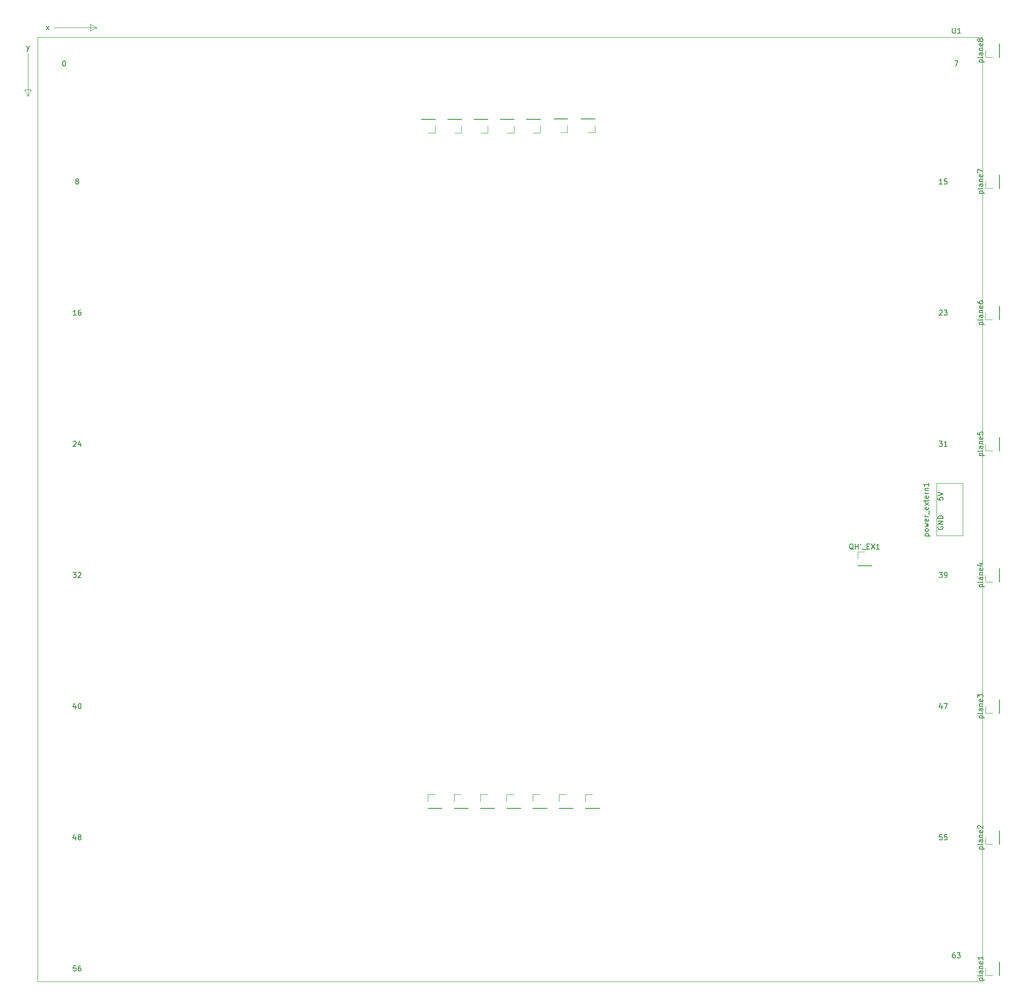
<source format=gbr>
%TF.GenerationSoftware,KiCad,Pcbnew,(5.1.6)-1*%
%TF.CreationDate,2020-12-07T00:16:01-06:00*%
%TF.ProjectId,led_cube,6c65645f-6375-4626-952e-6b696361645f,rev?*%
%TF.SameCoordinates,Original*%
%TF.FileFunction,Legend,Top*%
%TF.FilePolarity,Positive*%
%FSLAX46Y46*%
G04 Gerber Fmt 4.6, Leading zero omitted, Abs format (unit mm)*
G04 Created by KiCad (PCBNEW (5.1.6)-1) date 2020-12-07 00:16:01*
%MOMM*%
%LPD*%
G01*
G04 APERTURE LIST*
%ADD10C,0.150000*%
%ADD11C,0.120000*%
G04 APERTURE END LIST*
D10*
X56276904Y-16930714D02*
X56515000Y-17597380D01*
X56753095Y-16930714D02*
X56515000Y-17597380D01*
X56419761Y-17835476D01*
X56372142Y-17883095D01*
X56276904Y-17930714D01*
X60063095Y-13787380D02*
X60586904Y-13120714D01*
X60063095Y-13120714D02*
X60586904Y-13787380D01*
D11*
X56515000Y-26670000D02*
X57150000Y-25400000D01*
X55880000Y-25400000D02*
X56515000Y-26670000D01*
X57150000Y-25400000D02*
X55880000Y-25400000D01*
X56515000Y-18415000D02*
X56515000Y-26670000D01*
X68580000Y-13970000D02*
X69850000Y-13335000D01*
X68580000Y-12700000D02*
X68580000Y-13970000D01*
X69850000Y-13335000D02*
X68580000Y-12700000D01*
X61595000Y-13335000D02*
X69850000Y-13335000D01*
%TO.C,U1*%
X58420000Y-198120000D02*
X58420000Y-15240000D01*
X241300000Y-198120000D02*
X58420000Y-198120000D01*
X241300000Y-15240000D02*
X241300000Y-198120000D01*
X58420000Y-15240000D02*
X241300000Y-15240000D01*
%TO.C,QH'_EX1*%
X217110000Y-117535000D02*
X219770000Y-117535000D01*
X217110000Y-117475000D02*
X217110000Y-117535000D01*
X219770000Y-117475000D02*
X219770000Y-117535000D01*
X217110000Y-117475000D02*
X219770000Y-117475000D01*
X217110000Y-116205000D02*
X217110000Y-114875000D01*
X217110000Y-114875000D02*
X218440000Y-114875000D01*
%TO.C,power_extern1*%
X232410000Y-106680000D02*
X232410000Y-111760000D01*
X232410000Y-111760000D02*
X237490000Y-111760000D01*
X237490000Y-111760000D02*
X237490000Y-101600000D01*
X237490000Y-101600000D02*
X232410000Y-101600000D01*
X232410000Y-101600000D02*
X232410000Y-106680000D01*
%TO.C,plane8*%
X244535000Y-19110000D02*
X244535000Y-16450000D01*
X244475000Y-19110000D02*
X244535000Y-19110000D01*
X244475000Y-16450000D02*
X244535000Y-16450000D01*
X244475000Y-19110000D02*
X244475000Y-16450000D01*
X243205000Y-19110000D02*
X241875000Y-19110000D01*
X241875000Y-19110000D02*
X241875000Y-17780000D01*
%TO.C,plane7*%
X244535000Y-44510000D02*
X244535000Y-41850000D01*
X244475000Y-44510000D02*
X244535000Y-44510000D01*
X244475000Y-41850000D02*
X244535000Y-41850000D01*
X244475000Y-44510000D02*
X244475000Y-41850000D01*
X243205000Y-44510000D02*
X241875000Y-44510000D01*
X241875000Y-44510000D02*
X241875000Y-43180000D01*
%TO.C,plane6*%
X244535000Y-69910000D02*
X244535000Y-67250000D01*
X244475000Y-69910000D02*
X244535000Y-69910000D01*
X244475000Y-67250000D02*
X244535000Y-67250000D01*
X244475000Y-69910000D02*
X244475000Y-67250000D01*
X243205000Y-69910000D02*
X241875000Y-69910000D01*
X241875000Y-69910000D02*
X241875000Y-68580000D01*
%TO.C,plane5*%
X244535000Y-95310000D02*
X244535000Y-92650000D01*
X244475000Y-95310000D02*
X244535000Y-95310000D01*
X244475000Y-92650000D02*
X244535000Y-92650000D01*
X244475000Y-95310000D02*
X244475000Y-92650000D01*
X243205000Y-95310000D02*
X241875000Y-95310000D01*
X241875000Y-95310000D02*
X241875000Y-93980000D01*
%TO.C,plane4*%
X244535000Y-120710000D02*
X244535000Y-118050000D01*
X244475000Y-120710000D02*
X244535000Y-120710000D01*
X244475000Y-118050000D02*
X244535000Y-118050000D01*
X244475000Y-120710000D02*
X244475000Y-118050000D01*
X243205000Y-120710000D02*
X241875000Y-120710000D01*
X241875000Y-120710000D02*
X241875000Y-119380000D01*
%TO.C,plane3*%
X244535000Y-146110000D02*
X244535000Y-143450000D01*
X244475000Y-146110000D02*
X244535000Y-146110000D01*
X244475000Y-143450000D02*
X244535000Y-143450000D01*
X244475000Y-146110000D02*
X244475000Y-143450000D01*
X243205000Y-146110000D02*
X241875000Y-146110000D01*
X241875000Y-146110000D02*
X241875000Y-144780000D01*
%TO.C,plane2*%
X244535000Y-171510000D02*
X244535000Y-168850000D01*
X244475000Y-171510000D02*
X244535000Y-171510000D01*
X244475000Y-168850000D02*
X244535000Y-168850000D01*
X244475000Y-171510000D02*
X244475000Y-168850000D01*
X243205000Y-171510000D02*
X241875000Y-171510000D01*
X241875000Y-171510000D02*
X241875000Y-170180000D01*
%TO.C,plane1*%
X244535000Y-196910000D02*
X244535000Y-194250000D01*
X244475000Y-196910000D02*
X244535000Y-196910000D01*
X244475000Y-194250000D02*
X244535000Y-194250000D01*
X244475000Y-196910000D02*
X244475000Y-194250000D01*
X243205000Y-196910000D02*
X241875000Y-196910000D01*
X241875000Y-196910000D02*
X241875000Y-195580000D01*
%TO.C,C2EX7*%
X135315000Y-31055000D02*
X132655000Y-31055000D01*
X135315000Y-31115000D02*
X135315000Y-31055000D01*
X132655000Y-31115000D02*
X132655000Y-31055000D01*
X135315000Y-31115000D02*
X132655000Y-31115000D01*
X135315000Y-32385000D02*
X135315000Y-33715000D01*
X135315000Y-33715000D02*
X133985000Y-33715000D01*
%TO.C,C2EX6*%
X140395000Y-31055000D02*
X137735000Y-31055000D01*
X140395000Y-31115000D02*
X140395000Y-31055000D01*
X137735000Y-31115000D02*
X137735000Y-31055000D01*
X140395000Y-31115000D02*
X137735000Y-31115000D01*
X140395000Y-32385000D02*
X140395000Y-33715000D01*
X140395000Y-33715000D02*
X139065000Y-33715000D01*
%TO.C,C2EX5*%
X145475000Y-31055000D02*
X142815000Y-31055000D01*
X145475000Y-31115000D02*
X145475000Y-31055000D01*
X142815000Y-31115000D02*
X142815000Y-31055000D01*
X145475000Y-31115000D02*
X142815000Y-31115000D01*
X145475000Y-32385000D02*
X145475000Y-33715000D01*
X145475000Y-33715000D02*
X144145000Y-33715000D01*
%TO.C,C2EX4*%
X150555000Y-31055000D02*
X147895000Y-31055000D01*
X150555000Y-31115000D02*
X150555000Y-31055000D01*
X147895000Y-31115000D02*
X147895000Y-31055000D01*
X150555000Y-31115000D02*
X147895000Y-31115000D01*
X150555000Y-32385000D02*
X150555000Y-33715000D01*
X150555000Y-33715000D02*
X149225000Y-33715000D01*
%TO.C,C2EX3*%
X155635000Y-31055000D02*
X152975000Y-31055000D01*
X155635000Y-31115000D02*
X155635000Y-31055000D01*
X152975000Y-31115000D02*
X152975000Y-31055000D01*
X155635000Y-31115000D02*
X152975000Y-31115000D01*
X155635000Y-32385000D02*
X155635000Y-33715000D01*
X155635000Y-33715000D02*
X154305000Y-33715000D01*
%TO.C,C2EX2*%
X160950000Y-30955000D02*
X158290000Y-30955000D01*
X160950000Y-31015000D02*
X160950000Y-30955000D01*
X158290000Y-31015000D02*
X158290000Y-30955000D01*
X160950000Y-31015000D02*
X158290000Y-31015000D01*
X160950000Y-32285000D02*
X160950000Y-33615000D01*
X160950000Y-33615000D02*
X159620000Y-33615000D01*
%TO.C,C2EX1*%
X166235000Y-30955000D02*
X163575000Y-30955000D01*
X166235000Y-31015000D02*
X166235000Y-30955000D01*
X163575000Y-31015000D02*
X163575000Y-30955000D01*
X166235000Y-31015000D02*
X163575000Y-31015000D01*
X166235000Y-32285000D02*
X166235000Y-33615000D01*
X166235000Y-33615000D02*
X164905000Y-33615000D01*
%TO.C,C1EX7*%
X164405000Y-164525000D02*
X167065000Y-164525000D01*
X164405000Y-164465000D02*
X164405000Y-164525000D01*
X167065000Y-164465000D02*
X167065000Y-164525000D01*
X164405000Y-164465000D02*
X167065000Y-164465000D01*
X164405000Y-163195000D02*
X164405000Y-161865000D01*
X164405000Y-161865000D02*
X165735000Y-161865000D01*
%TO.C,C1EX6*%
X159325000Y-164525000D02*
X161985000Y-164525000D01*
X159325000Y-164465000D02*
X159325000Y-164525000D01*
X161985000Y-164465000D02*
X161985000Y-164525000D01*
X159325000Y-164465000D02*
X161985000Y-164465000D01*
X159325000Y-163195000D02*
X159325000Y-161865000D01*
X159325000Y-161865000D02*
X160655000Y-161865000D01*
%TO.C,C1EX5*%
X154245000Y-164525000D02*
X156905000Y-164525000D01*
X154245000Y-164465000D02*
X154245000Y-164525000D01*
X156905000Y-164465000D02*
X156905000Y-164525000D01*
X154245000Y-164465000D02*
X156905000Y-164465000D01*
X154245000Y-163195000D02*
X154245000Y-161865000D01*
X154245000Y-161865000D02*
X155575000Y-161865000D01*
%TO.C,C1EX4*%
X149165000Y-164525000D02*
X151825000Y-164525000D01*
X149165000Y-164465000D02*
X149165000Y-164525000D01*
X151825000Y-164465000D02*
X151825000Y-164525000D01*
X149165000Y-164465000D02*
X151825000Y-164465000D01*
X149165000Y-163195000D02*
X149165000Y-161865000D01*
X149165000Y-161865000D02*
X150495000Y-161865000D01*
%TO.C,C1EX3*%
X144085000Y-164525000D02*
X146745000Y-164525000D01*
X144085000Y-164465000D02*
X144085000Y-164525000D01*
X146745000Y-164465000D02*
X146745000Y-164525000D01*
X144085000Y-164465000D02*
X146745000Y-164465000D01*
X144085000Y-163195000D02*
X144085000Y-161865000D01*
X144085000Y-161865000D02*
X145415000Y-161865000D01*
%TO.C,C1EX2*%
X139005000Y-164525000D02*
X141665000Y-164525000D01*
X139005000Y-164465000D02*
X139005000Y-164525000D01*
X141665000Y-164465000D02*
X141665000Y-164525000D01*
X139005000Y-164465000D02*
X141665000Y-164465000D01*
X139005000Y-163195000D02*
X139005000Y-161865000D01*
X139005000Y-161865000D02*
X140335000Y-161865000D01*
%TO.C,C1EX1*%
X133925000Y-164525000D02*
X136585000Y-164525000D01*
X133925000Y-164465000D02*
X133925000Y-164525000D01*
X136585000Y-164465000D02*
X136585000Y-164525000D01*
X133925000Y-164465000D02*
X136585000Y-164465000D01*
X133925000Y-163195000D02*
X133925000Y-161865000D01*
X133925000Y-161865000D02*
X135255000Y-161865000D01*
%TO.C,U1*%
D10*
X235458095Y-13422380D02*
X235458095Y-14231904D01*
X235505714Y-14327142D01*
X235553333Y-14374761D01*
X235648571Y-14422380D01*
X235839047Y-14422380D01*
X235934285Y-14374761D01*
X235981904Y-14327142D01*
X236029523Y-14231904D01*
X236029523Y-13422380D01*
X237029523Y-14422380D02*
X236458095Y-14422380D01*
X236743809Y-14422380D02*
X236743809Y-13422380D01*
X236648571Y-13565238D01*
X236553333Y-13660476D01*
X236458095Y-13708095D01*
X63452380Y-19772380D02*
X63547619Y-19772380D01*
X63642857Y-19820000D01*
X63690476Y-19867619D01*
X63738095Y-19962857D01*
X63785714Y-20153333D01*
X63785714Y-20391428D01*
X63738095Y-20581904D01*
X63690476Y-20677142D01*
X63642857Y-20724761D01*
X63547619Y-20772380D01*
X63452380Y-20772380D01*
X63357142Y-20724761D01*
X63309523Y-20677142D01*
X63261904Y-20581904D01*
X63214285Y-20391428D01*
X63214285Y-20153333D01*
X63261904Y-19962857D01*
X63309523Y-19867619D01*
X63357142Y-19820000D01*
X63452380Y-19772380D01*
X235886666Y-19772380D02*
X236553333Y-19772380D01*
X236124761Y-20772380D01*
X65944761Y-43060952D02*
X65849523Y-43013333D01*
X65801904Y-42965714D01*
X65754285Y-42870476D01*
X65754285Y-42822857D01*
X65801904Y-42727619D01*
X65849523Y-42680000D01*
X65944761Y-42632380D01*
X66135238Y-42632380D01*
X66230476Y-42680000D01*
X66278095Y-42727619D01*
X66325714Y-42822857D01*
X66325714Y-42870476D01*
X66278095Y-42965714D01*
X66230476Y-43013333D01*
X66135238Y-43060952D01*
X65944761Y-43060952D01*
X65849523Y-43108571D01*
X65801904Y-43156190D01*
X65754285Y-43251428D01*
X65754285Y-43441904D01*
X65801904Y-43537142D01*
X65849523Y-43584761D01*
X65944761Y-43632380D01*
X66135238Y-43632380D01*
X66230476Y-43584761D01*
X66278095Y-43537142D01*
X66325714Y-43441904D01*
X66325714Y-43251428D01*
X66278095Y-43156190D01*
X66230476Y-43108571D01*
X66135238Y-43060952D01*
X233489523Y-43632380D02*
X232918095Y-43632380D01*
X233203809Y-43632380D02*
X233203809Y-42632380D01*
X233108571Y-42775238D01*
X233013333Y-42870476D01*
X232918095Y-42918095D01*
X234394285Y-42632380D02*
X233918095Y-42632380D01*
X233870476Y-43108571D01*
X233918095Y-43060952D01*
X234013333Y-43013333D01*
X234251428Y-43013333D01*
X234346666Y-43060952D01*
X234394285Y-43108571D01*
X234441904Y-43203809D01*
X234441904Y-43441904D01*
X234394285Y-43537142D01*
X234346666Y-43584761D01*
X234251428Y-43632380D01*
X234013333Y-43632380D01*
X233918095Y-43584761D01*
X233870476Y-43537142D01*
X232918095Y-68127619D02*
X232965714Y-68080000D01*
X233060952Y-68032380D01*
X233299047Y-68032380D01*
X233394285Y-68080000D01*
X233441904Y-68127619D01*
X233489523Y-68222857D01*
X233489523Y-68318095D01*
X233441904Y-68460952D01*
X232870476Y-69032380D01*
X233489523Y-69032380D01*
X233822857Y-68032380D02*
X234441904Y-68032380D01*
X234108571Y-68413333D01*
X234251428Y-68413333D01*
X234346666Y-68460952D01*
X234394285Y-68508571D01*
X234441904Y-68603809D01*
X234441904Y-68841904D01*
X234394285Y-68937142D01*
X234346666Y-68984761D01*
X234251428Y-69032380D01*
X233965714Y-69032380D01*
X233870476Y-68984761D01*
X233822857Y-68937142D01*
X232870476Y-93432380D02*
X233489523Y-93432380D01*
X233156190Y-93813333D01*
X233299047Y-93813333D01*
X233394285Y-93860952D01*
X233441904Y-93908571D01*
X233489523Y-94003809D01*
X233489523Y-94241904D01*
X233441904Y-94337142D01*
X233394285Y-94384761D01*
X233299047Y-94432380D01*
X233013333Y-94432380D01*
X232918095Y-94384761D01*
X232870476Y-94337142D01*
X234441904Y-94432380D02*
X233870476Y-94432380D01*
X234156190Y-94432380D02*
X234156190Y-93432380D01*
X234060952Y-93575238D01*
X233965714Y-93670476D01*
X233870476Y-93718095D01*
X232870476Y-118832380D02*
X233489523Y-118832380D01*
X233156190Y-119213333D01*
X233299047Y-119213333D01*
X233394285Y-119260952D01*
X233441904Y-119308571D01*
X233489523Y-119403809D01*
X233489523Y-119641904D01*
X233441904Y-119737142D01*
X233394285Y-119784761D01*
X233299047Y-119832380D01*
X233013333Y-119832380D01*
X232918095Y-119784761D01*
X232870476Y-119737142D01*
X233965714Y-119832380D02*
X234156190Y-119832380D01*
X234251428Y-119784761D01*
X234299047Y-119737142D01*
X234394285Y-119594285D01*
X234441904Y-119403809D01*
X234441904Y-119022857D01*
X234394285Y-118927619D01*
X234346666Y-118880000D01*
X234251428Y-118832380D01*
X234060952Y-118832380D01*
X233965714Y-118880000D01*
X233918095Y-118927619D01*
X233870476Y-119022857D01*
X233870476Y-119260952D01*
X233918095Y-119356190D01*
X233965714Y-119403809D01*
X234060952Y-119451428D01*
X234251428Y-119451428D01*
X234346666Y-119403809D01*
X234394285Y-119356190D01*
X234441904Y-119260952D01*
X233394285Y-144565714D02*
X233394285Y-145232380D01*
X233156190Y-144184761D02*
X232918095Y-144899047D01*
X233537142Y-144899047D01*
X233822857Y-144232380D02*
X234489523Y-144232380D01*
X234060952Y-145232380D01*
X233441904Y-169632380D02*
X232965714Y-169632380D01*
X232918095Y-170108571D01*
X232965714Y-170060952D01*
X233060952Y-170013333D01*
X233299047Y-170013333D01*
X233394285Y-170060952D01*
X233441904Y-170108571D01*
X233489523Y-170203809D01*
X233489523Y-170441904D01*
X233441904Y-170537142D01*
X233394285Y-170584761D01*
X233299047Y-170632380D01*
X233060952Y-170632380D01*
X232965714Y-170584761D01*
X232918095Y-170537142D01*
X234394285Y-169632380D02*
X233918095Y-169632380D01*
X233870476Y-170108571D01*
X233918095Y-170060952D01*
X234013333Y-170013333D01*
X234251428Y-170013333D01*
X234346666Y-170060952D01*
X234394285Y-170108571D01*
X234441904Y-170203809D01*
X234441904Y-170441904D01*
X234394285Y-170537142D01*
X234346666Y-170584761D01*
X234251428Y-170632380D01*
X234013333Y-170632380D01*
X233918095Y-170584761D01*
X233870476Y-170537142D01*
X235934285Y-192492380D02*
X235743809Y-192492380D01*
X235648571Y-192540000D01*
X235600952Y-192587619D01*
X235505714Y-192730476D01*
X235458095Y-192920952D01*
X235458095Y-193301904D01*
X235505714Y-193397142D01*
X235553333Y-193444761D01*
X235648571Y-193492380D01*
X235839047Y-193492380D01*
X235934285Y-193444761D01*
X235981904Y-193397142D01*
X236029523Y-193301904D01*
X236029523Y-193063809D01*
X235981904Y-192968571D01*
X235934285Y-192920952D01*
X235839047Y-192873333D01*
X235648571Y-192873333D01*
X235553333Y-192920952D01*
X235505714Y-192968571D01*
X235458095Y-193063809D01*
X236362857Y-192492380D02*
X236981904Y-192492380D01*
X236648571Y-192873333D01*
X236791428Y-192873333D01*
X236886666Y-192920952D01*
X236934285Y-192968571D01*
X236981904Y-193063809D01*
X236981904Y-193301904D01*
X236934285Y-193397142D01*
X236886666Y-193444761D01*
X236791428Y-193492380D01*
X236505714Y-193492380D01*
X236410476Y-193444761D01*
X236362857Y-193397142D01*
X65849523Y-69032380D02*
X65278095Y-69032380D01*
X65563809Y-69032380D02*
X65563809Y-68032380D01*
X65468571Y-68175238D01*
X65373333Y-68270476D01*
X65278095Y-68318095D01*
X66706666Y-68032380D02*
X66516190Y-68032380D01*
X66420952Y-68080000D01*
X66373333Y-68127619D01*
X66278095Y-68270476D01*
X66230476Y-68460952D01*
X66230476Y-68841904D01*
X66278095Y-68937142D01*
X66325714Y-68984761D01*
X66420952Y-69032380D01*
X66611428Y-69032380D01*
X66706666Y-68984761D01*
X66754285Y-68937142D01*
X66801904Y-68841904D01*
X66801904Y-68603809D01*
X66754285Y-68508571D01*
X66706666Y-68460952D01*
X66611428Y-68413333D01*
X66420952Y-68413333D01*
X66325714Y-68460952D01*
X66278095Y-68508571D01*
X66230476Y-68603809D01*
X65278095Y-93527619D02*
X65325714Y-93480000D01*
X65420952Y-93432380D01*
X65659047Y-93432380D01*
X65754285Y-93480000D01*
X65801904Y-93527619D01*
X65849523Y-93622857D01*
X65849523Y-93718095D01*
X65801904Y-93860952D01*
X65230476Y-94432380D01*
X65849523Y-94432380D01*
X66706666Y-93765714D02*
X66706666Y-94432380D01*
X66468571Y-93384761D02*
X66230476Y-94099047D01*
X66849523Y-94099047D01*
X65230476Y-118832380D02*
X65849523Y-118832380D01*
X65516190Y-119213333D01*
X65659047Y-119213333D01*
X65754285Y-119260952D01*
X65801904Y-119308571D01*
X65849523Y-119403809D01*
X65849523Y-119641904D01*
X65801904Y-119737142D01*
X65754285Y-119784761D01*
X65659047Y-119832380D01*
X65373333Y-119832380D01*
X65278095Y-119784761D01*
X65230476Y-119737142D01*
X66230476Y-118927619D02*
X66278095Y-118880000D01*
X66373333Y-118832380D01*
X66611428Y-118832380D01*
X66706666Y-118880000D01*
X66754285Y-118927619D01*
X66801904Y-119022857D01*
X66801904Y-119118095D01*
X66754285Y-119260952D01*
X66182857Y-119832380D01*
X66801904Y-119832380D01*
X65754285Y-144565714D02*
X65754285Y-145232380D01*
X65516190Y-144184761D02*
X65278095Y-144899047D01*
X65897142Y-144899047D01*
X66468571Y-144232380D02*
X66563809Y-144232380D01*
X66659047Y-144280000D01*
X66706666Y-144327619D01*
X66754285Y-144422857D01*
X66801904Y-144613333D01*
X66801904Y-144851428D01*
X66754285Y-145041904D01*
X66706666Y-145137142D01*
X66659047Y-145184761D01*
X66563809Y-145232380D01*
X66468571Y-145232380D01*
X66373333Y-145184761D01*
X66325714Y-145137142D01*
X66278095Y-145041904D01*
X66230476Y-144851428D01*
X66230476Y-144613333D01*
X66278095Y-144422857D01*
X66325714Y-144327619D01*
X66373333Y-144280000D01*
X66468571Y-144232380D01*
X65754285Y-169965714D02*
X65754285Y-170632380D01*
X65516190Y-169584761D02*
X65278095Y-170299047D01*
X65897142Y-170299047D01*
X66420952Y-170060952D02*
X66325714Y-170013333D01*
X66278095Y-169965714D01*
X66230476Y-169870476D01*
X66230476Y-169822857D01*
X66278095Y-169727619D01*
X66325714Y-169680000D01*
X66420952Y-169632380D01*
X66611428Y-169632380D01*
X66706666Y-169680000D01*
X66754285Y-169727619D01*
X66801904Y-169822857D01*
X66801904Y-169870476D01*
X66754285Y-169965714D01*
X66706666Y-170013333D01*
X66611428Y-170060952D01*
X66420952Y-170060952D01*
X66325714Y-170108571D01*
X66278095Y-170156190D01*
X66230476Y-170251428D01*
X66230476Y-170441904D01*
X66278095Y-170537142D01*
X66325714Y-170584761D01*
X66420952Y-170632380D01*
X66611428Y-170632380D01*
X66706666Y-170584761D01*
X66754285Y-170537142D01*
X66801904Y-170441904D01*
X66801904Y-170251428D01*
X66754285Y-170156190D01*
X66706666Y-170108571D01*
X66611428Y-170060952D01*
X65801904Y-195032380D02*
X65325714Y-195032380D01*
X65278095Y-195508571D01*
X65325714Y-195460952D01*
X65420952Y-195413333D01*
X65659047Y-195413333D01*
X65754285Y-195460952D01*
X65801904Y-195508571D01*
X65849523Y-195603809D01*
X65849523Y-195841904D01*
X65801904Y-195937142D01*
X65754285Y-195984761D01*
X65659047Y-196032380D01*
X65420952Y-196032380D01*
X65325714Y-195984761D01*
X65278095Y-195937142D01*
X66706666Y-195032380D02*
X66516190Y-195032380D01*
X66420952Y-195080000D01*
X66373333Y-195127619D01*
X66278095Y-195270476D01*
X66230476Y-195460952D01*
X66230476Y-195841904D01*
X66278095Y-195937142D01*
X66325714Y-195984761D01*
X66420952Y-196032380D01*
X66611428Y-196032380D01*
X66706666Y-195984761D01*
X66754285Y-195937142D01*
X66801904Y-195841904D01*
X66801904Y-195603809D01*
X66754285Y-195508571D01*
X66706666Y-195460952D01*
X66611428Y-195413333D01*
X66420952Y-195413333D01*
X66325714Y-195460952D01*
X66278095Y-195508571D01*
X66230476Y-195603809D01*
%TO.C,QH'_EX1*%
X216273333Y-114422619D02*
X216178095Y-114375000D01*
X216082857Y-114279761D01*
X215940000Y-114136904D01*
X215844761Y-114089285D01*
X215749523Y-114089285D01*
X215797142Y-114327380D02*
X215701904Y-114279761D01*
X215606666Y-114184523D01*
X215559047Y-113994047D01*
X215559047Y-113660714D01*
X215606666Y-113470238D01*
X215701904Y-113375000D01*
X215797142Y-113327380D01*
X215987619Y-113327380D01*
X216082857Y-113375000D01*
X216178095Y-113470238D01*
X216225714Y-113660714D01*
X216225714Y-113994047D01*
X216178095Y-114184523D01*
X216082857Y-114279761D01*
X215987619Y-114327380D01*
X215797142Y-114327380D01*
X216654285Y-114327380D02*
X216654285Y-113327380D01*
X216654285Y-113803571D02*
X217225714Y-113803571D01*
X217225714Y-114327380D02*
X217225714Y-113327380D01*
X217749523Y-113327380D02*
X217654285Y-113517857D01*
X217940000Y-114422619D02*
X218701904Y-114422619D01*
X218940000Y-113803571D02*
X219273333Y-113803571D01*
X219416190Y-114327380D02*
X218940000Y-114327380D01*
X218940000Y-113327380D01*
X219416190Y-113327380D01*
X219749523Y-113327380D02*
X220416190Y-114327380D01*
X220416190Y-113327380D02*
X219749523Y-114327380D01*
X221320952Y-114327380D02*
X220749523Y-114327380D01*
X221035238Y-114327380D02*
X221035238Y-113327380D01*
X220940000Y-113470238D01*
X220844761Y-113565476D01*
X220749523Y-113613095D01*
%TO.C,power_extern1*%
X230155714Y-111775238D02*
X231155714Y-111775238D01*
X230203333Y-111775238D02*
X230155714Y-111680000D01*
X230155714Y-111489523D01*
X230203333Y-111394285D01*
X230250952Y-111346666D01*
X230346190Y-111299047D01*
X230631904Y-111299047D01*
X230727142Y-111346666D01*
X230774761Y-111394285D01*
X230822380Y-111489523D01*
X230822380Y-111680000D01*
X230774761Y-111775238D01*
X230822380Y-110727619D02*
X230774761Y-110822857D01*
X230727142Y-110870476D01*
X230631904Y-110918095D01*
X230346190Y-110918095D01*
X230250952Y-110870476D01*
X230203333Y-110822857D01*
X230155714Y-110727619D01*
X230155714Y-110584761D01*
X230203333Y-110489523D01*
X230250952Y-110441904D01*
X230346190Y-110394285D01*
X230631904Y-110394285D01*
X230727142Y-110441904D01*
X230774761Y-110489523D01*
X230822380Y-110584761D01*
X230822380Y-110727619D01*
X230155714Y-110060952D02*
X230822380Y-109870476D01*
X230346190Y-109680000D01*
X230822380Y-109489523D01*
X230155714Y-109299047D01*
X230774761Y-108537142D02*
X230822380Y-108632380D01*
X230822380Y-108822857D01*
X230774761Y-108918095D01*
X230679523Y-108965714D01*
X230298571Y-108965714D01*
X230203333Y-108918095D01*
X230155714Y-108822857D01*
X230155714Y-108632380D01*
X230203333Y-108537142D01*
X230298571Y-108489523D01*
X230393809Y-108489523D01*
X230489047Y-108965714D01*
X230822380Y-108060952D02*
X230155714Y-108060952D01*
X230346190Y-108060952D02*
X230250952Y-108013333D01*
X230203333Y-107965714D01*
X230155714Y-107870476D01*
X230155714Y-107775238D01*
X230917619Y-107680000D02*
X230917619Y-106918095D01*
X230774761Y-106299047D02*
X230822380Y-106394285D01*
X230822380Y-106584761D01*
X230774761Y-106680000D01*
X230679523Y-106727619D01*
X230298571Y-106727619D01*
X230203333Y-106680000D01*
X230155714Y-106584761D01*
X230155714Y-106394285D01*
X230203333Y-106299047D01*
X230298571Y-106251428D01*
X230393809Y-106251428D01*
X230489047Y-106727619D01*
X230822380Y-105918095D02*
X230155714Y-105394285D01*
X230155714Y-105918095D02*
X230822380Y-105394285D01*
X230155714Y-105156190D02*
X230155714Y-104775238D01*
X229822380Y-105013333D02*
X230679523Y-105013333D01*
X230774761Y-104965714D01*
X230822380Y-104870476D01*
X230822380Y-104775238D01*
X230774761Y-104060952D02*
X230822380Y-104156190D01*
X230822380Y-104346666D01*
X230774761Y-104441904D01*
X230679523Y-104489523D01*
X230298571Y-104489523D01*
X230203333Y-104441904D01*
X230155714Y-104346666D01*
X230155714Y-104156190D01*
X230203333Y-104060952D01*
X230298571Y-104013333D01*
X230393809Y-104013333D01*
X230489047Y-104489523D01*
X230822380Y-103584761D02*
X230155714Y-103584761D01*
X230346190Y-103584761D02*
X230250952Y-103537142D01*
X230203333Y-103489523D01*
X230155714Y-103394285D01*
X230155714Y-103299047D01*
X230155714Y-102965714D02*
X230822380Y-102965714D01*
X230250952Y-102965714D02*
X230203333Y-102918095D01*
X230155714Y-102822857D01*
X230155714Y-102680000D01*
X230203333Y-102584761D01*
X230298571Y-102537142D01*
X230822380Y-102537142D01*
X230822380Y-101537142D02*
X230822380Y-102108571D01*
X230822380Y-101822857D02*
X229822380Y-101822857D01*
X229965238Y-101918095D01*
X230060476Y-102013333D01*
X230108095Y-102108571D01*
X232624380Y-104330476D02*
X232624380Y-104806666D01*
X233100571Y-104854285D01*
X233052952Y-104806666D01*
X233005333Y-104711428D01*
X233005333Y-104473333D01*
X233052952Y-104378095D01*
X233100571Y-104330476D01*
X233195809Y-104282857D01*
X233433904Y-104282857D01*
X233529142Y-104330476D01*
X233576761Y-104378095D01*
X233624380Y-104473333D01*
X233624380Y-104711428D01*
X233576761Y-104806666D01*
X233529142Y-104854285D01*
X232624380Y-103997142D02*
X233624380Y-103663809D01*
X232624380Y-103330476D01*
X232672000Y-109981904D02*
X232624380Y-110077142D01*
X232624380Y-110220000D01*
X232672000Y-110362857D01*
X232767238Y-110458095D01*
X232862476Y-110505714D01*
X233052952Y-110553333D01*
X233195809Y-110553333D01*
X233386285Y-110505714D01*
X233481523Y-110458095D01*
X233576761Y-110362857D01*
X233624380Y-110220000D01*
X233624380Y-110124761D01*
X233576761Y-109981904D01*
X233529142Y-109934285D01*
X233195809Y-109934285D01*
X233195809Y-110124761D01*
X233624380Y-109505714D02*
X232624380Y-109505714D01*
X233624380Y-108934285D01*
X232624380Y-108934285D01*
X233624380Y-108458095D02*
X232624380Y-108458095D01*
X232624380Y-108220000D01*
X232672000Y-108077142D01*
X232767238Y-107981904D01*
X232862476Y-107934285D01*
X233052952Y-107886666D01*
X233195809Y-107886666D01*
X233386285Y-107934285D01*
X233481523Y-107981904D01*
X233576761Y-108077142D01*
X233624380Y-108220000D01*
X233624380Y-108458095D01*
%TO.C,plane8*%
X240660714Y-20065714D02*
X241660714Y-20065714D01*
X240708333Y-20065714D02*
X240660714Y-19970476D01*
X240660714Y-19780000D01*
X240708333Y-19684761D01*
X240755952Y-19637142D01*
X240851190Y-19589523D01*
X241136904Y-19589523D01*
X241232142Y-19637142D01*
X241279761Y-19684761D01*
X241327380Y-19780000D01*
X241327380Y-19970476D01*
X241279761Y-20065714D01*
X241327380Y-19018095D02*
X241279761Y-19113333D01*
X241184523Y-19160952D01*
X240327380Y-19160952D01*
X241327380Y-18208571D02*
X240803571Y-18208571D01*
X240708333Y-18256190D01*
X240660714Y-18351428D01*
X240660714Y-18541904D01*
X240708333Y-18637142D01*
X241279761Y-18208571D02*
X241327380Y-18303809D01*
X241327380Y-18541904D01*
X241279761Y-18637142D01*
X241184523Y-18684761D01*
X241089285Y-18684761D01*
X240994047Y-18637142D01*
X240946428Y-18541904D01*
X240946428Y-18303809D01*
X240898809Y-18208571D01*
X240660714Y-17732380D02*
X241327380Y-17732380D01*
X240755952Y-17732380D02*
X240708333Y-17684761D01*
X240660714Y-17589523D01*
X240660714Y-17446666D01*
X240708333Y-17351428D01*
X240803571Y-17303809D01*
X241327380Y-17303809D01*
X241279761Y-16446666D02*
X241327380Y-16541904D01*
X241327380Y-16732380D01*
X241279761Y-16827619D01*
X241184523Y-16875238D01*
X240803571Y-16875238D01*
X240708333Y-16827619D01*
X240660714Y-16732380D01*
X240660714Y-16541904D01*
X240708333Y-16446666D01*
X240803571Y-16399047D01*
X240898809Y-16399047D01*
X240994047Y-16875238D01*
X240755952Y-15827619D02*
X240708333Y-15922857D01*
X240660714Y-15970476D01*
X240565476Y-16018095D01*
X240517857Y-16018095D01*
X240422619Y-15970476D01*
X240375000Y-15922857D01*
X240327380Y-15827619D01*
X240327380Y-15637142D01*
X240375000Y-15541904D01*
X240422619Y-15494285D01*
X240517857Y-15446666D01*
X240565476Y-15446666D01*
X240660714Y-15494285D01*
X240708333Y-15541904D01*
X240755952Y-15637142D01*
X240755952Y-15827619D01*
X240803571Y-15922857D01*
X240851190Y-15970476D01*
X240946428Y-16018095D01*
X241136904Y-16018095D01*
X241232142Y-15970476D01*
X241279761Y-15922857D01*
X241327380Y-15827619D01*
X241327380Y-15637142D01*
X241279761Y-15541904D01*
X241232142Y-15494285D01*
X241136904Y-15446666D01*
X240946428Y-15446666D01*
X240851190Y-15494285D01*
X240803571Y-15541904D01*
X240755952Y-15637142D01*
%TO.C,plane7*%
X240660714Y-45465714D02*
X241660714Y-45465714D01*
X240708333Y-45465714D02*
X240660714Y-45370476D01*
X240660714Y-45180000D01*
X240708333Y-45084761D01*
X240755952Y-45037142D01*
X240851190Y-44989523D01*
X241136904Y-44989523D01*
X241232142Y-45037142D01*
X241279761Y-45084761D01*
X241327380Y-45180000D01*
X241327380Y-45370476D01*
X241279761Y-45465714D01*
X241327380Y-44418095D02*
X241279761Y-44513333D01*
X241184523Y-44560952D01*
X240327380Y-44560952D01*
X241327380Y-43608571D02*
X240803571Y-43608571D01*
X240708333Y-43656190D01*
X240660714Y-43751428D01*
X240660714Y-43941904D01*
X240708333Y-44037142D01*
X241279761Y-43608571D02*
X241327380Y-43703809D01*
X241327380Y-43941904D01*
X241279761Y-44037142D01*
X241184523Y-44084761D01*
X241089285Y-44084761D01*
X240994047Y-44037142D01*
X240946428Y-43941904D01*
X240946428Y-43703809D01*
X240898809Y-43608571D01*
X240660714Y-43132380D02*
X241327380Y-43132380D01*
X240755952Y-43132380D02*
X240708333Y-43084761D01*
X240660714Y-42989523D01*
X240660714Y-42846666D01*
X240708333Y-42751428D01*
X240803571Y-42703809D01*
X241327380Y-42703809D01*
X241279761Y-41846666D02*
X241327380Y-41941904D01*
X241327380Y-42132380D01*
X241279761Y-42227619D01*
X241184523Y-42275238D01*
X240803571Y-42275238D01*
X240708333Y-42227619D01*
X240660714Y-42132380D01*
X240660714Y-41941904D01*
X240708333Y-41846666D01*
X240803571Y-41799047D01*
X240898809Y-41799047D01*
X240994047Y-42275238D01*
X240327380Y-41465714D02*
X240327380Y-40799047D01*
X241327380Y-41227619D01*
%TO.C,plane6*%
X240660714Y-70865714D02*
X241660714Y-70865714D01*
X240708333Y-70865714D02*
X240660714Y-70770476D01*
X240660714Y-70580000D01*
X240708333Y-70484761D01*
X240755952Y-70437142D01*
X240851190Y-70389523D01*
X241136904Y-70389523D01*
X241232142Y-70437142D01*
X241279761Y-70484761D01*
X241327380Y-70580000D01*
X241327380Y-70770476D01*
X241279761Y-70865714D01*
X241327380Y-69818095D02*
X241279761Y-69913333D01*
X241184523Y-69960952D01*
X240327380Y-69960952D01*
X241327380Y-69008571D02*
X240803571Y-69008571D01*
X240708333Y-69056190D01*
X240660714Y-69151428D01*
X240660714Y-69341904D01*
X240708333Y-69437142D01*
X241279761Y-69008571D02*
X241327380Y-69103809D01*
X241327380Y-69341904D01*
X241279761Y-69437142D01*
X241184523Y-69484761D01*
X241089285Y-69484761D01*
X240994047Y-69437142D01*
X240946428Y-69341904D01*
X240946428Y-69103809D01*
X240898809Y-69008571D01*
X240660714Y-68532380D02*
X241327380Y-68532380D01*
X240755952Y-68532380D02*
X240708333Y-68484761D01*
X240660714Y-68389523D01*
X240660714Y-68246666D01*
X240708333Y-68151428D01*
X240803571Y-68103809D01*
X241327380Y-68103809D01*
X241279761Y-67246666D02*
X241327380Y-67341904D01*
X241327380Y-67532380D01*
X241279761Y-67627619D01*
X241184523Y-67675238D01*
X240803571Y-67675238D01*
X240708333Y-67627619D01*
X240660714Y-67532380D01*
X240660714Y-67341904D01*
X240708333Y-67246666D01*
X240803571Y-67199047D01*
X240898809Y-67199047D01*
X240994047Y-67675238D01*
X240327380Y-66341904D02*
X240327380Y-66532380D01*
X240375000Y-66627619D01*
X240422619Y-66675238D01*
X240565476Y-66770476D01*
X240755952Y-66818095D01*
X241136904Y-66818095D01*
X241232142Y-66770476D01*
X241279761Y-66722857D01*
X241327380Y-66627619D01*
X241327380Y-66437142D01*
X241279761Y-66341904D01*
X241232142Y-66294285D01*
X241136904Y-66246666D01*
X240898809Y-66246666D01*
X240803571Y-66294285D01*
X240755952Y-66341904D01*
X240708333Y-66437142D01*
X240708333Y-66627619D01*
X240755952Y-66722857D01*
X240803571Y-66770476D01*
X240898809Y-66818095D01*
%TO.C,plane5*%
X240660714Y-96265714D02*
X241660714Y-96265714D01*
X240708333Y-96265714D02*
X240660714Y-96170476D01*
X240660714Y-95980000D01*
X240708333Y-95884761D01*
X240755952Y-95837142D01*
X240851190Y-95789523D01*
X241136904Y-95789523D01*
X241232142Y-95837142D01*
X241279761Y-95884761D01*
X241327380Y-95980000D01*
X241327380Y-96170476D01*
X241279761Y-96265714D01*
X241327380Y-95218095D02*
X241279761Y-95313333D01*
X241184523Y-95360952D01*
X240327380Y-95360952D01*
X241327380Y-94408571D02*
X240803571Y-94408571D01*
X240708333Y-94456190D01*
X240660714Y-94551428D01*
X240660714Y-94741904D01*
X240708333Y-94837142D01*
X241279761Y-94408571D02*
X241327380Y-94503809D01*
X241327380Y-94741904D01*
X241279761Y-94837142D01*
X241184523Y-94884761D01*
X241089285Y-94884761D01*
X240994047Y-94837142D01*
X240946428Y-94741904D01*
X240946428Y-94503809D01*
X240898809Y-94408571D01*
X240660714Y-93932380D02*
X241327380Y-93932380D01*
X240755952Y-93932380D02*
X240708333Y-93884761D01*
X240660714Y-93789523D01*
X240660714Y-93646666D01*
X240708333Y-93551428D01*
X240803571Y-93503809D01*
X241327380Y-93503809D01*
X241279761Y-92646666D02*
X241327380Y-92741904D01*
X241327380Y-92932380D01*
X241279761Y-93027619D01*
X241184523Y-93075238D01*
X240803571Y-93075238D01*
X240708333Y-93027619D01*
X240660714Y-92932380D01*
X240660714Y-92741904D01*
X240708333Y-92646666D01*
X240803571Y-92599047D01*
X240898809Y-92599047D01*
X240994047Y-93075238D01*
X240327380Y-91694285D02*
X240327380Y-92170476D01*
X240803571Y-92218095D01*
X240755952Y-92170476D01*
X240708333Y-92075238D01*
X240708333Y-91837142D01*
X240755952Y-91741904D01*
X240803571Y-91694285D01*
X240898809Y-91646666D01*
X241136904Y-91646666D01*
X241232142Y-91694285D01*
X241279761Y-91741904D01*
X241327380Y-91837142D01*
X241327380Y-92075238D01*
X241279761Y-92170476D01*
X241232142Y-92218095D01*
%TO.C,plane4*%
X240660714Y-121665714D02*
X241660714Y-121665714D01*
X240708333Y-121665714D02*
X240660714Y-121570476D01*
X240660714Y-121380000D01*
X240708333Y-121284761D01*
X240755952Y-121237142D01*
X240851190Y-121189523D01*
X241136904Y-121189523D01*
X241232142Y-121237142D01*
X241279761Y-121284761D01*
X241327380Y-121380000D01*
X241327380Y-121570476D01*
X241279761Y-121665714D01*
X241327380Y-120618095D02*
X241279761Y-120713333D01*
X241184523Y-120760952D01*
X240327380Y-120760952D01*
X241327380Y-119808571D02*
X240803571Y-119808571D01*
X240708333Y-119856190D01*
X240660714Y-119951428D01*
X240660714Y-120141904D01*
X240708333Y-120237142D01*
X241279761Y-119808571D02*
X241327380Y-119903809D01*
X241327380Y-120141904D01*
X241279761Y-120237142D01*
X241184523Y-120284761D01*
X241089285Y-120284761D01*
X240994047Y-120237142D01*
X240946428Y-120141904D01*
X240946428Y-119903809D01*
X240898809Y-119808571D01*
X240660714Y-119332380D02*
X241327380Y-119332380D01*
X240755952Y-119332380D02*
X240708333Y-119284761D01*
X240660714Y-119189523D01*
X240660714Y-119046666D01*
X240708333Y-118951428D01*
X240803571Y-118903809D01*
X241327380Y-118903809D01*
X241279761Y-118046666D02*
X241327380Y-118141904D01*
X241327380Y-118332380D01*
X241279761Y-118427619D01*
X241184523Y-118475238D01*
X240803571Y-118475238D01*
X240708333Y-118427619D01*
X240660714Y-118332380D01*
X240660714Y-118141904D01*
X240708333Y-118046666D01*
X240803571Y-117999047D01*
X240898809Y-117999047D01*
X240994047Y-118475238D01*
X240660714Y-117141904D02*
X241327380Y-117141904D01*
X240279761Y-117380000D02*
X240994047Y-117618095D01*
X240994047Y-116999047D01*
%TO.C,plane3*%
X240660714Y-147065714D02*
X241660714Y-147065714D01*
X240708333Y-147065714D02*
X240660714Y-146970476D01*
X240660714Y-146780000D01*
X240708333Y-146684761D01*
X240755952Y-146637142D01*
X240851190Y-146589523D01*
X241136904Y-146589523D01*
X241232142Y-146637142D01*
X241279761Y-146684761D01*
X241327380Y-146780000D01*
X241327380Y-146970476D01*
X241279761Y-147065714D01*
X241327380Y-146018095D02*
X241279761Y-146113333D01*
X241184523Y-146160952D01*
X240327380Y-146160952D01*
X241327380Y-145208571D02*
X240803571Y-145208571D01*
X240708333Y-145256190D01*
X240660714Y-145351428D01*
X240660714Y-145541904D01*
X240708333Y-145637142D01*
X241279761Y-145208571D02*
X241327380Y-145303809D01*
X241327380Y-145541904D01*
X241279761Y-145637142D01*
X241184523Y-145684761D01*
X241089285Y-145684761D01*
X240994047Y-145637142D01*
X240946428Y-145541904D01*
X240946428Y-145303809D01*
X240898809Y-145208571D01*
X240660714Y-144732380D02*
X241327380Y-144732380D01*
X240755952Y-144732380D02*
X240708333Y-144684761D01*
X240660714Y-144589523D01*
X240660714Y-144446666D01*
X240708333Y-144351428D01*
X240803571Y-144303809D01*
X241327380Y-144303809D01*
X241279761Y-143446666D02*
X241327380Y-143541904D01*
X241327380Y-143732380D01*
X241279761Y-143827619D01*
X241184523Y-143875238D01*
X240803571Y-143875238D01*
X240708333Y-143827619D01*
X240660714Y-143732380D01*
X240660714Y-143541904D01*
X240708333Y-143446666D01*
X240803571Y-143399047D01*
X240898809Y-143399047D01*
X240994047Y-143875238D01*
X240327380Y-143065714D02*
X240327380Y-142446666D01*
X240708333Y-142780000D01*
X240708333Y-142637142D01*
X240755952Y-142541904D01*
X240803571Y-142494285D01*
X240898809Y-142446666D01*
X241136904Y-142446666D01*
X241232142Y-142494285D01*
X241279761Y-142541904D01*
X241327380Y-142637142D01*
X241327380Y-142922857D01*
X241279761Y-143018095D01*
X241232142Y-143065714D01*
%TO.C,plane2*%
X240660714Y-172465714D02*
X241660714Y-172465714D01*
X240708333Y-172465714D02*
X240660714Y-172370476D01*
X240660714Y-172180000D01*
X240708333Y-172084761D01*
X240755952Y-172037142D01*
X240851190Y-171989523D01*
X241136904Y-171989523D01*
X241232142Y-172037142D01*
X241279761Y-172084761D01*
X241327380Y-172180000D01*
X241327380Y-172370476D01*
X241279761Y-172465714D01*
X241327380Y-171418095D02*
X241279761Y-171513333D01*
X241184523Y-171560952D01*
X240327380Y-171560952D01*
X241327380Y-170608571D02*
X240803571Y-170608571D01*
X240708333Y-170656190D01*
X240660714Y-170751428D01*
X240660714Y-170941904D01*
X240708333Y-171037142D01*
X241279761Y-170608571D02*
X241327380Y-170703809D01*
X241327380Y-170941904D01*
X241279761Y-171037142D01*
X241184523Y-171084761D01*
X241089285Y-171084761D01*
X240994047Y-171037142D01*
X240946428Y-170941904D01*
X240946428Y-170703809D01*
X240898809Y-170608571D01*
X240660714Y-170132380D02*
X241327380Y-170132380D01*
X240755952Y-170132380D02*
X240708333Y-170084761D01*
X240660714Y-169989523D01*
X240660714Y-169846666D01*
X240708333Y-169751428D01*
X240803571Y-169703809D01*
X241327380Y-169703809D01*
X241279761Y-168846666D02*
X241327380Y-168941904D01*
X241327380Y-169132380D01*
X241279761Y-169227619D01*
X241184523Y-169275238D01*
X240803571Y-169275238D01*
X240708333Y-169227619D01*
X240660714Y-169132380D01*
X240660714Y-168941904D01*
X240708333Y-168846666D01*
X240803571Y-168799047D01*
X240898809Y-168799047D01*
X240994047Y-169275238D01*
X240422619Y-168418095D02*
X240375000Y-168370476D01*
X240327380Y-168275238D01*
X240327380Y-168037142D01*
X240375000Y-167941904D01*
X240422619Y-167894285D01*
X240517857Y-167846666D01*
X240613095Y-167846666D01*
X240755952Y-167894285D01*
X241327380Y-168465714D01*
X241327380Y-167846666D01*
%TO.C,plane1*%
X240660714Y-197865714D02*
X241660714Y-197865714D01*
X240708333Y-197865714D02*
X240660714Y-197770476D01*
X240660714Y-197580000D01*
X240708333Y-197484761D01*
X240755952Y-197437142D01*
X240851190Y-197389523D01*
X241136904Y-197389523D01*
X241232142Y-197437142D01*
X241279761Y-197484761D01*
X241327380Y-197580000D01*
X241327380Y-197770476D01*
X241279761Y-197865714D01*
X241327380Y-196818095D02*
X241279761Y-196913333D01*
X241184523Y-196960952D01*
X240327380Y-196960952D01*
X241327380Y-196008571D02*
X240803571Y-196008571D01*
X240708333Y-196056190D01*
X240660714Y-196151428D01*
X240660714Y-196341904D01*
X240708333Y-196437142D01*
X241279761Y-196008571D02*
X241327380Y-196103809D01*
X241327380Y-196341904D01*
X241279761Y-196437142D01*
X241184523Y-196484761D01*
X241089285Y-196484761D01*
X240994047Y-196437142D01*
X240946428Y-196341904D01*
X240946428Y-196103809D01*
X240898809Y-196008571D01*
X240660714Y-195532380D02*
X241327380Y-195532380D01*
X240755952Y-195532380D02*
X240708333Y-195484761D01*
X240660714Y-195389523D01*
X240660714Y-195246666D01*
X240708333Y-195151428D01*
X240803571Y-195103809D01*
X241327380Y-195103809D01*
X241279761Y-194246666D02*
X241327380Y-194341904D01*
X241327380Y-194532380D01*
X241279761Y-194627619D01*
X241184523Y-194675238D01*
X240803571Y-194675238D01*
X240708333Y-194627619D01*
X240660714Y-194532380D01*
X240660714Y-194341904D01*
X240708333Y-194246666D01*
X240803571Y-194199047D01*
X240898809Y-194199047D01*
X240994047Y-194675238D01*
X241327380Y-193246666D02*
X241327380Y-193818095D01*
X241327380Y-193532380D02*
X240327380Y-193532380D01*
X240470238Y-193627619D01*
X240565476Y-193722857D01*
X240613095Y-193818095D01*
%TD*%
M02*

</source>
